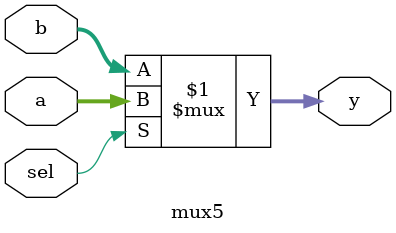
<source format=v>
`timescale 1ns / 1ps


module mux5(
    input [31:0] a, b,
    input sel,
    output [31:0] y
);

    assign y = sel ? a : b;
    
endmodule

</source>
